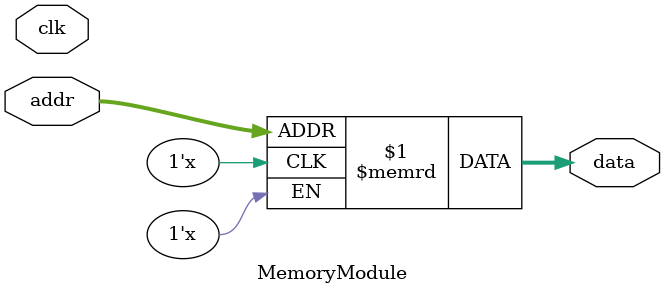
<source format=v>
`ifndef MEMORYMODULE_V
`define MEMORYMODULE_V

module MemoryModule(
    input       wire            clk,
    input       wire    [6:0]   addr, 
    output      wire    [31:0]  data
);
    // 32-bit memory with 128 entries
	reg [31:0] mem [0:127];             
	
    // Load requested address into data output
	assign data = mem[addr];

    /* 
    // Old way of initializing memory, 
    // Now we do it in testbench

    // Number of memory entries,
    // not the same as the memory size
	parameter NMEM = 128;  
							
    // file to read data from
	parameter IM_DATA = "im_data.hex";
    initial begin
	    $readmemh(IM_DATA, mem, 0, NMEM-1);
	end
    */
endmodule

`endif

</source>
